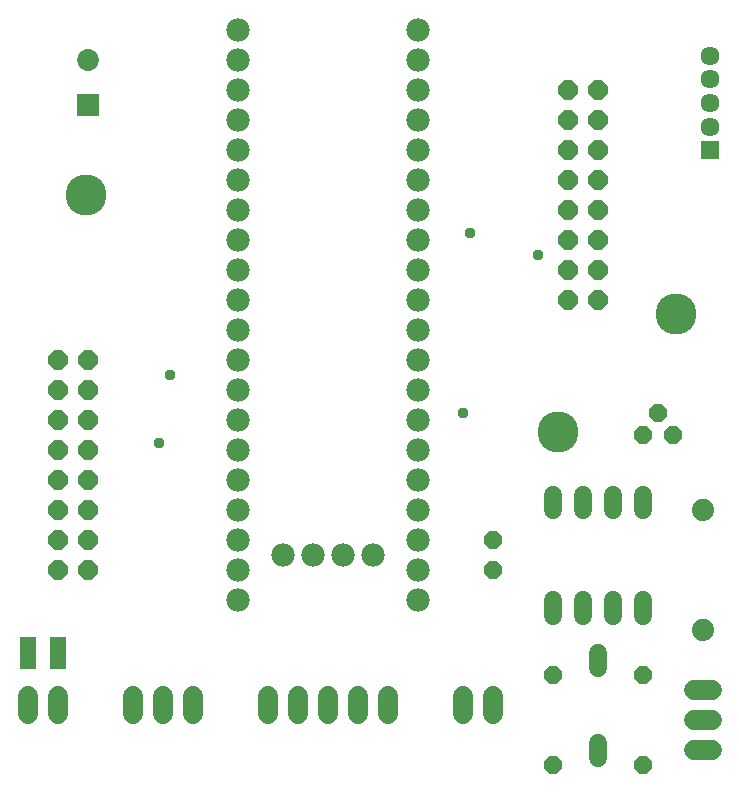
<source format=gbs>
G04 EAGLE Gerber RS-274X export*
G75*
%MOMM*%
%FSLAX34Y34*%
%LPD*%
%INBottom Solder Mask*%
%IPPOS*%
%AMOC8*
5,1,8,0,0,1.08239X$1,22.5*%
G01*
%ADD10C,3.479800*%
%ADD11P,1.649562X8X112.500000*%
%ADD12C,1.524000*%
%ADD13C,1.879600*%
%ADD14R,1.853200X1.853200*%
%ADD15C,1.853200*%
%ADD16C,1.727200*%
%ADD17P,1.649562X8X292.500000*%
%ADD18P,1.649562X8X22.500000*%
%ADD19C,1.981200*%
%ADD20P,1.759533X8X112.500000*%
%ADD21P,1.759533X8X292.500000*%
%ADD22R,1.611200X1.611200*%
%ADD23C,1.611200*%
%ADD24R,1.473200X2.743200*%
%ADD25C,0.959600*%


D10*
X100000Y800000D03*
X500000Y600000D03*
X600000Y700000D03*
D11*
X444500Y482600D03*
X444500Y508000D03*
D12*
X533400Y336804D02*
X533400Y323596D01*
X533400Y399796D02*
X533400Y413004D01*
D13*
X622300Y533400D03*
X622300Y431800D03*
D14*
X101600Y876300D03*
D15*
X101600Y914400D03*
D16*
X614680Y330200D02*
X629920Y330200D01*
X629920Y355600D02*
X614680Y355600D01*
X614680Y381000D02*
X629920Y381000D01*
D12*
X495300Y443992D02*
X495300Y457200D01*
X520700Y457200D02*
X520700Y443992D01*
X520700Y533400D02*
X520700Y546608D01*
X495300Y546608D02*
X495300Y533400D01*
X546100Y457200D02*
X546100Y443992D01*
X571500Y443992D02*
X571500Y457200D01*
X546100Y533400D02*
X546100Y546608D01*
X571500Y546608D02*
X571500Y533400D01*
D11*
X495300Y317500D03*
X495300Y393700D03*
D17*
X571500Y393700D03*
X571500Y317500D03*
D18*
X596900Y596900D03*
X584200Y615950D03*
X571500Y596900D03*
D19*
X228600Y457200D03*
X228600Y482600D03*
X228600Y508000D03*
X228600Y533400D03*
X228600Y558800D03*
X228600Y584200D03*
X228600Y609600D03*
X228600Y635000D03*
X228600Y660400D03*
X228600Y685800D03*
X228600Y711200D03*
X228600Y736600D03*
X228600Y762000D03*
X228600Y787400D03*
X228600Y812800D03*
X228600Y838200D03*
X228600Y863600D03*
X228600Y889000D03*
X228600Y914400D03*
X228600Y939800D03*
X381000Y457200D03*
X381000Y482600D03*
X381000Y508000D03*
X381000Y533400D03*
X381000Y558800D03*
X381000Y584200D03*
X381000Y609600D03*
X381000Y635000D03*
X381000Y660400D03*
X381000Y685800D03*
X381000Y711200D03*
X381000Y736600D03*
X381000Y762000D03*
X381000Y787400D03*
X381000Y812800D03*
X381000Y838200D03*
X381000Y863600D03*
X381000Y889000D03*
X381000Y914400D03*
X381000Y939800D03*
X342900Y495300D03*
X317500Y495300D03*
X292100Y495300D03*
X266700Y495300D03*
D20*
X533400Y711200D03*
X508000Y711200D03*
X533400Y736600D03*
X508000Y736600D03*
X533400Y762000D03*
X508000Y762000D03*
X533400Y787400D03*
X508000Y787400D03*
X533400Y812800D03*
X508000Y812800D03*
X533400Y838200D03*
X508000Y838200D03*
X533400Y863600D03*
X508000Y863600D03*
X533400Y889000D03*
X508000Y889000D03*
D21*
X76200Y660400D03*
X101600Y660400D03*
X76200Y635000D03*
X101600Y635000D03*
X76200Y609600D03*
X101600Y609600D03*
X76200Y584200D03*
X101600Y584200D03*
X76200Y558800D03*
X101600Y558800D03*
X76200Y533400D03*
X101600Y533400D03*
X76200Y508000D03*
X101600Y508000D03*
X76200Y482600D03*
X101600Y482600D03*
D16*
X139700Y375920D02*
X139700Y360680D01*
X165100Y360680D02*
X165100Y375920D01*
X190500Y375920D02*
X190500Y360680D01*
X50800Y360680D02*
X50800Y375920D01*
X76200Y375920D02*
X76200Y360680D01*
X419100Y360680D02*
X419100Y375920D01*
X444500Y375920D02*
X444500Y360680D01*
X304800Y360680D02*
X304800Y375920D01*
X330200Y375920D02*
X330200Y360680D01*
X355600Y360680D02*
X355600Y375920D01*
X279400Y375920D02*
X279400Y360680D01*
X254000Y360680D02*
X254000Y375920D01*
D22*
X628650Y838200D03*
D23*
X628650Y858200D03*
X628650Y878200D03*
X628650Y898200D03*
X628650Y918200D03*
D24*
X50800Y412750D03*
X76200Y412750D03*
D25*
X425450Y768350D03*
X419100Y615950D03*
X482600Y749300D03*
X171450Y647700D03*
X161925Y590550D03*
M02*

</source>
